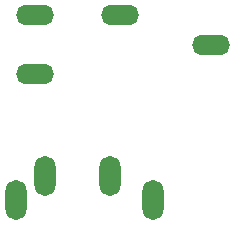
<source format=gbr>
%TF.GenerationSoftware,KiCad,Pcbnew,7.0.2*%
%TF.CreationDate,2024-01-06T11:14:16-08:00*%
%TF.ProjectId,MK_JackAdapter,4d4b5f4a-6163-46b4-9164-61707465722e,1.0*%
%TF.SameCoordinates,Original*%
%TF.FileFunction,Soldermask,Top*%
%TF.FilePolarity,Negative*%
%FSLAX46Y46*%
G04 Gerber Fmt 4.6, Leading zero omitted, Abs format (unit mm)*
G04 Created by KiCad (PCBNEW 7.0.2) date 2024-01-06 11:14:16*
%MOMM*%
%LPD*%
G01*
G04 APERTURE LIST*
%ADD10O,1.804000X3.404000*%
%ADD11O,3.220000X1.712000*%
G04 APERTURE END LIST*
D10*
%TO.C,J2*%
X103515000Y-116612500D03*
X105915000Y-114612500D03*
X111415000Y-114612500D03*
X115115000Y-116612500D03*
%TD*%
D11*
%TO.C,J1*%
X120015000Y-103505000D03*
X105115000Y-101005000D03*
X105115000Y-106005000D03*
X112315000Y-101005000D03*
%TD*%
M02*

</source>
